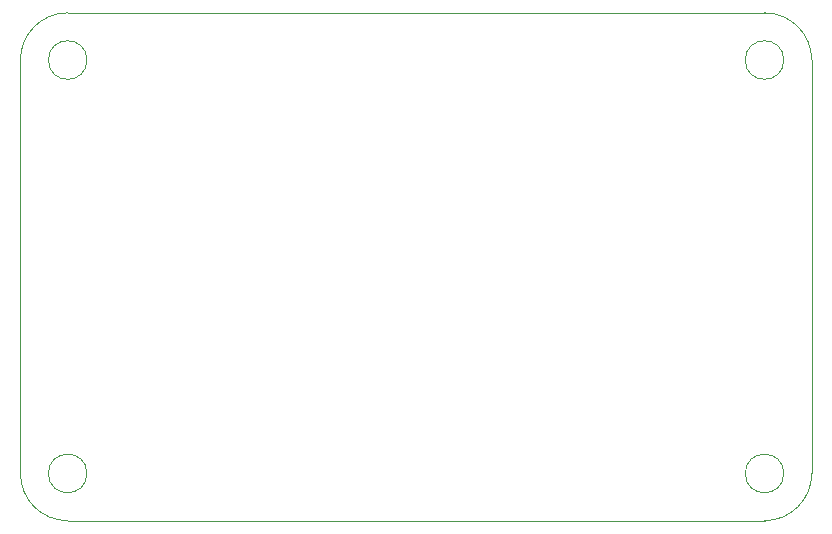
<source format=gbr>
G04 #@! TF.FileFunction,Profile,NP*
%FSLAX46Y46*%
G04 Gerber Fmt 4.6, Leading zero omitted, Abs format (unit mm)*
G04 Created by KiCad (PCBNEW 4.0.7-e2-6376~58~ubuntu16.04.1) date Thu Mar  8 21:08:46 2018*
%MOMM*%
%LPD*%
G01*
G04 APERTURE LIST*
%ADD10C,0.100000*%
G04 APERTURE END LIST*
D10*
X122184550Y-71197400D02*
G75*
G03X122184550Y-71197400I-1631950J0D01*
G01*
X183552600Y-71197400D02*
X183552600Y-106197400D01*
X179552600Y-67197400D02*
X120552600Y-67197400D01*
X122184550Y-106197400D02*
G75*
G03X122184550Y-106197400I-1631950J0D01*
G01*
X116552600Y-71197400D02*
G75*
G02X120552600Y-67197400I4000000J0D01*
G01*
X179552600Y-67197400D02*
G75*
G02X183552600Y-71197400I0J-4000000D01*
G01*
X181184550Y-106197400D02*
G75*
G03X181184550Y-106197400I-1631950J0D01*
G01*
X120552600Y-110197400D02*
G75*
G02X116552600Y-106197400I0J4000000D01*
G01*
X179552600Y-110197400D02*
X120552600Y-110197400D01*
X116552600Y-71197400D02*
X116552600Y-106197400D01*
X181184550Y-71197400D02*
G75*
G03X181184550Y-71197400I-1631950J0D01*
G01*
X183552600Y-106197400D02*
G75*
G02X179552600Y-110197400I-4000000J0D01*
G01*
M02*

</source>
